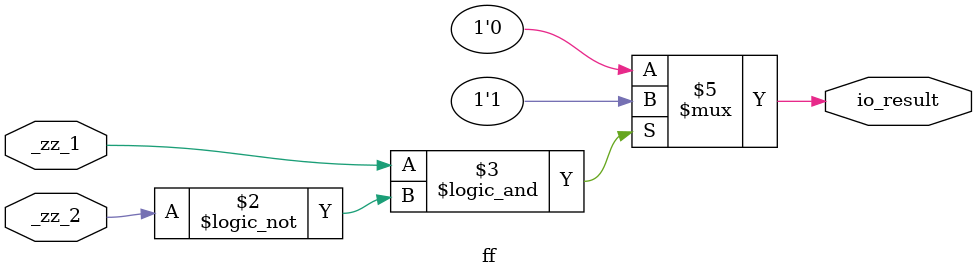
<source format=sv>

module ff
  (
    // Inputs
    input  wire _zz_1,
    input  wire _zz_2,
    // Outputs 
    output reg  io_result
  );


  always @ (*) begin
    io_result = 1'b0;
    if((_zz_1 && (! _zz_2)))begin
      io_result = 1'b1;
    end
  end
endmodule : ff

</source>
